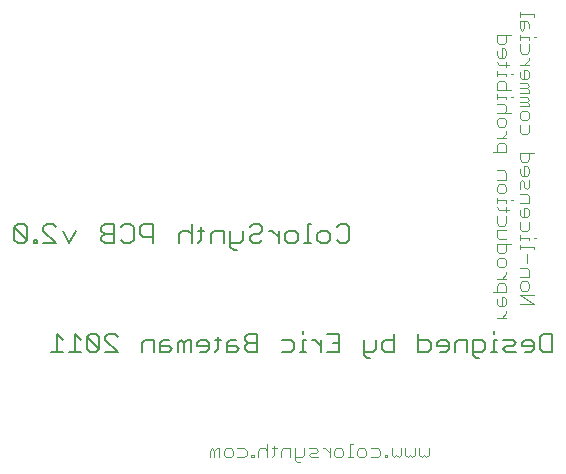
<source format=gbo>
G75*
G70*
%OFA0B0*%
%FSLAX24Y24*%
%IPPOS*%
%LPD*%
%AMOC8*
5,1,8,0,0,1.08239X$1,22.5*
%
%ADD10C,0.0060*%
%ADD11C,0.0050*%
%ADD12C,0.0040*%
D10*
X009210Y009770D02*
X009316Y009770D01*
X009210Y009770D02*
X009103Y009877D01*
X009103Y010411D01*
X008885Y010411D02*
X008565Y010411D01*
X008458Y010304D01*
X008458Y009984D01*
X008134Y010090D02*
X008027Y009984D01*
X008134Y010090D02*
X008134Y010517D01*
X008241Y010411D02*
X008027Y010411D01*
X007811Y010304D02*
X007704Y010411D01*
X007491Y010411D01*
X007384Y010304D01*
X007384Y009984D01*
X007811Y009984D02*
X007811Y010624D01*
X008885Y010411D02*
X008885Y009984D01*
X009103Y009984D02*
X009423Y009984D01*
X009530Y010090D01*
X009530Y010411D01*
X009747Y010517D02*
X009854Y010624D01*
X010068Y010624D01*
X010174Y010517D01*
X010174Y010411D01*
X010068Y010304D01*
X009854Y010304D01*
X009747Y010197D01*
X009747Y010090D01*
X009854Y009984D01*
X010068Y009984D01*
X010174Y010090D01*
X010391Y010411D02*
X010498Y010411D01*
X010711Y010197D01*
X010711Y009984D02*
X010711Y010411D01*
X010929Y010304D02*
X010929Y010090D01*
X011036Y009984D01*
X011249Y009984D01*
X011356Y010090D01*
X011356Y010304D01*
X011249Y010411D01*
X011036Y010411D01*
X010929Y010304D01*
X011572Y009984D02*
X011786Y009984D01*
X011679Y009984D02*
X011679Y010624D01*
X011786Y010624D01*
X012003Y010304D02*
X012110Y010411D01*
X012323Y010411D01*
X012430Y010304D01*
X012430Y010090D01*
X012323Y009984D01*
X012110Y009984D01*
X012003Y010090D01*
X012003Y010304D01*
X012648Y010517D02*
X012754Y010624D01*
X012968Y010624D01*
X013075Y010517D01*
X013075Y010090D01*
X012968Y009984D01*
X012754Y009984D01*
X012648Y010090D01*
X006522Y009984D02*
X006522Y010624D01*
X006202Y010624D01*
X006095Y010517D01*
X006095Y010304D01*
X006202Y010197D01*
X006522Y010197D01*
X005878Y010090D02*
X005771Y009984D01*
X005557Y009984D01*
X005451Y010090D01*
X005233Y009984D02*
X004913Y009984D01*
X004806Y010090D01*
X004806Y010197D01*
X004913Y010304D01*
X005233Y010304D01*
X005451Y010517D02*
X005557Y010624D01*
X005771Y010624D01*
X005878Y010517D01*
X005878Y010090D01*
X005233Y009984D02*
X005233Y010624D01*
X004913Y010624D01*
X004806Y010517D01*
X004806Y010411D01*
X004913Y010304D01*
X003944Y010411D02*
X003730Y009984D01*
X003517Y010411D01*
X003299Y010517D02*
X003193Y010624D01*
X002979Y010624D01*
X002872Y010517D01*
X002872Y010411D01*
X003299Y009984D01*
X002872Y009984D01*
X002655Y009984D02*
X002655Y010090D01*
X002548Y010090D01*
X002548Y009984D01*
X002655Y009984D01*
X002333Y010090D02*
X001906Y010517D01*
X001906Y010090D01*
X002012Y009984D01*
X002226Y009984D01*
X002333Y010090D01*
X002333Y010517D01*
X002226Y010624D01*
X002012Y010624D01*
X001906Y010517D01*
D11*
X003116Y006354D02*
X003523Y006354D01*
X003723Y006354D02*
X004130Y006354D01*
X003927Y006354D02*
X003927Y006964D01*
X004130Y006761D01*
X004331Y006862D02*
X004738Y006455D01*
X004636Y006354D01*
X004433Y006354D01*
X004331Y006455D01*
X004331Y006862D01*
X004433Y006964D01*
X004636Y006964D01*
X004738Y006862D01*
X004738Y006455D01*
X004939Y006354D02*
X005346Y006354D01*
X004939Y006761D01*
X004939Y006862D01*
X005041Y006964D01*
X005244Y006964D01*
X005346Y006862D01*
X006154Y006659D02*
X006154Y006354D01*
X006154Y006659D02*
X006256Y006761D01*
X006561Y006761D01*
X006561Y006354D01*
X006762Y006354D02*
X006762Y006659D01*
X006864Y006761D01*
X007067Y006761D01*
X007067Y006557D02*
X006762Y006557D01*
X006762Y006354D02*
X007067Y006354D01*
X007169Y006455D01*
X007067Y006557D01*
X007370Y006659D02*
X007370Y006354D01*
X007573Y006354D02*
X007573Y006659D01*
X007472Y006761D01*
X007370Y006659D01*
X007573Y006659D02*
X007675Y006761D01*
X007777Y006761D01*
X007777Y006354D01*
X007977Y006557D02*
X008384Y006557D01*
X008384Y006455D02*
X008384Y006659D01*
X008283Y006761D01*
X008079Y006761D01*
X007977Y006659D01*
X007977Y006557D01*
X008079Y006354D02*
X008283Y006354D01*
X008384Y006455D01*
X008586Y006354D02*
X008688Y006455D01*
X008688Y006862D01*
X008790Y006761D02*
X008586Y006761D01*
X008990Y006659D02*
X008990Y006354D01*
X009296Y006354D01*
X009397Y006455D01*
X009296Y006557D01*
X008990Y006557D01*
X008990Y006659D02*
X009092Y006761D01*
X009296Y006761D01*
X009598Y006761D02*
X009700Y006659D01*
X010005Y006659D01*
X010005Y006354D02*
X010005Y006964D01*
X009700Y006964D01*
X009598Y006862D01*
X009598Y006761D01*
X009700Y006659D02*
X009598Y006557D01*
X009598Y006455D01*
X009700Y006354D01*
X010005Y006354D01*
X010813Y006354D02*
X011119Y006354D01*
X011220Y006455D01*
X011220Y006659D01*
X011119Y006761D01*
X010813Y006761D01*
X011524Y006761D02*
X011524Y006354D01*
X011626Y006354D02*
X011422Y006354D01*
X011524Y006761D02*
X011626Y006761D01*
X011827Y006761D02*
X011929Y006761D01*
X012132Y006557D01*
X012132Y006354D02*
X012132Y006761D01*
X012333Y006964D02*
X012740Y006964D01*
X012740Y006354D01*
X012333Y006354D01*
X012536Y006659D02*
X012740Y006659D01*
X013548Y006761D02*
X013548Y006252D01*
X013650Y006150D01*
X013752Y006150D01*
X013853Y006354D02*
X013548Y006354D01*
X013853Y006354D02*
X013955Y006455D01*
X013955Y006761D01*
X014156Y006659D02*
X014258Y006761D01*
X014563Y006761D01*
X014563Y006964D02*
X014563Y006354D01*
X014258Y006354D01*
X014156Y006455D01*
X014156Y006659D01*
X015371Y006761D02*
X015677Y006761D01*
X015778Y006659D01*
X015778Y006455D01*
X015677Y006354D01*
X015371Y006354D01*
X015371Y006964D01*
X015979Y006659D02*
X015979Y006557D01*
X016386Y006557D01*
X016386Y006455D02*
X016386Y006659D01*
X016284Y006761D01*
X016081Y006761D01*
X015979Y006659D01*
X016081Y006354D02*
X016284Y006354D01*
X016386Y006455D01*
X016587Y006354D02*
X016587Y006659D01*
X016689Y006761D01*
X016994Y006761D01*
X016994Y006354D01*
X017194Y006354D02*
X017500Y006354D01*
X017601Y006455D01*
X017601Y006659D01*
X017500Y006761D01*
X017194Y006761D01*
X017194Y006252D01*
X017296Y006150D01*
X017398Y006150D01*
X017803Y006354D02*
X018007Y006354D01*
X017905Y006354D02*
X017905Y006761D01*
X018007Y006761D01*
X018207Y006761D02*
X018513Y006761D01*
X018614Y006659D01*
X018513Y006557D01*
X018309Y006557D01*
X018207Y006455D01*
X018309Y006354D01*
X018614Y006354D01*
X018815Y006557D02*
X019222Y006557D01*
X019222Y006455D02*
X019222Y006659D01*
X019120Y006761D01*
X018917Y006761D01*
X018815Y006659D01*
X018815Y006557D01*
X018917Y006354D02*
X019120Y006354D01*
X019222Y006455D01*
X019423Y006455D02*
X019423Y006862D01*
X019524Y006964D01*
X019830Y006964D01*
X019830Y006354D01*
X019524Y006354D01*
X019423Y006455D01*
X017905Y006964D02*
X017905Y007066D01*
X011524Y007066D02*
X011524Y006964D01*
X003523Y006761D02*
X003319Y006964D01*
X003319Y006354D01*
D12*
X008421Y003079D02*
X008421Y002849D01*
X008574Y002849D02*
X008574Y003079D01*
X008498Y003155D01*
X008421Y003079D01*
X008574Y003079D02*
X008651Y003155D01*
X008728Y003155D01*
X008728Y002849D01*
X008881Y002925D02*
X008881Y003079D01*
X008958Y003155D01*
X009111Y003155D01*
X009188Y003079D01*
X009188Y002925D01*
X009111Y002849D01*
X008958Y002849D01*
X008881Y002925D01*
X009342Y002849D02*
X009572Y002849D01*
X009648Y002925D01*
X009648Y003079D01*
X009572Y003155D01*
X009342Y003155D01*
X009802Y002925D02*
X009802Y002849D01*
X009879Y002849D01*
X009879Y002925D01*
X009802Y002925D01*
X010032Y002849D02*
X010032Y003079D01*
X010109Y003155D01*
X010262Y003155D01*
X010339Y003079D01*
X010492Y003155D02*
X010646Y003155D01*
X010569Y003232D02*
X010569Y002925D01*
X010492Y002849D01*
X010339Y002849D02*
X010339Y003309D01*
X010799Y003079D02*
X010799Y002849D01*
X010799Y003079D02*
X010876Y003155D01*
X011106Y003155D01*
X011106Y002849D01*
X011260Y002849D02*
X011490Y002849D01*
X011567Y002925D01*
X011567Y003155D01*
X011720Y003155D02*
X011950Y003155D01*
X012027Y003079D01*
X011950Y003002D01*
X011797Y003002D01*
X011720Y002925D01*
X011797Y002849D01*
X012027Y002849D01*
X012257Y003155D02*
X012411Y003002D01*
X012411Y002849D02*
X012411Y003155D01*
X012257Y003155D02*
X012180Y003155D01*
X012564Y003079D02*
X012564Y002925D01*
X012641Y002849D01*
X012794Y002849D01*
X012871Y002925D01*
X012871Y003079D01*
X012794Y003155D01*
X012641Y003155D01*
X012564Y003079D01*
X013024Y002849D02*
X013178Y002849D01*
X013101Y002849D02*
X013101Y003309D01*
X013178Y003309D01*
X013331Y003079D02*
X013408Y003155D01*
X013561Y003155D01*
X013638Y003079D01*
X013638Y002925D01*
X013561Y002849D01*
X013408Y002849D01*
X013331Y002925D01*
X013331Y003079D01*
X013792Y003155D02*
X014022Y003155D01*
X014099Y003079D01*
X014099Y002925D01*
X014022Y002849D01*
X013792Y002849D01*
X014252Y002849D02*
X014329Y002849D01*
X014329Y002925D01*
X014252Y002925D01*
X014252Y002849D01*
X014482Y002925D02*
X014482Y003155D01*
X014482Y002925D02*
X014559Y002849D01*
X014636Y002925D01*
X014712Y002849D01*
X014789Y002925D01*
X014789Y003155D01*
X014942Y003155D02*
X014942Y002925D01*
X015019Y002849D01*
X015096Y002925D01*
X015173Y002849D01*
X015249Y002925D01*
X015249Y003155D01*
X015403Y003155D02*
X015403Y002925D01*
X015480Y002849D01*
X015556Y002925D01*
X015633Y002849D01*
X015710Y002925D01*
X015710Y003155D01*
X011413Y002695D02*
X011336Y002695D01*
X011260Y002772D01*
X011260Y003155D01*
X017846Y008351D02*
X018307Y008351D01*
X018307Y008581D01*
X018230Y008658D01*
X018076Y008658D01*
X018000Y008581D01*
X018000Y008351D01*
X018153Y008198D02*
X018153Y007891D01*
X018076Y007891D02*
X018230Y007891D01*
X018307Y007967D01*
X018307Y008121D01*
X018230Y008198D01*
X018153Y008198D01*
X018000Y008121D02*
X018000Y007967D01*
X018076Y007891D01*
X018307Y007737D02*
X018307Y007660D01*
X018153Y007507D01*
X018000Y007507D02*
X018307Y007507D01*
X018750Y007950D02*
X019210Y007950D01*
X018750Y008257D01*
X019210Y008257D01*
X018980Y008410D02*
X018826Y008410D01*
X018750Y008487D01*
X018750Y008641D01*
X018826Y008717D01*
X018980Y008717D01*
X019057Y008641D01*
X019057Y008487D01*
X018980Y008410D01*
X019057Y008871D02*
X018750Y008871D01*
X019057Y008871D02*
X019057Y009101D01*
X018980Y009178D01*
X018750Y009178D01*
X018980Y009331D02*
X018980Y009638D01*
X019210Y009792D02*
X019210Y009868D01*
X018750Y009868D01*
X018750Y009792D02*
X018750Y009945D01*
X018750Y010098D02*
X018750Y010252D01*
X018750Y010175D02*
X019057Y010175D01*
X019057Y010098D01*
X019210Y010175D02*
X019287Y010175D01*
X019057Y010482D02*
X018980Y010405D01*
X018826Y010405D01*
X018750Y010482D01*
X018750Y010712D01*
X018826Y010866D02*
X018980Y010866D01*
X019057Y010942D01*
X019057Y011096D01*
X018980Y011173D01*
X018903Y011173D01*
X018903Y010866D01*
X018826Y010866D02*
X018750Y010942D01*
X018750Y011096D01*
X018750Y011326D02*
X019057Y011326D01*
X019057Y011556D01*
X018980Y011633D01*
X018750Y011633D01*
X018750Y011786D02*
X018750Y012017D01*
X018826Y012093D01*
X018903Y012017D01*
X018903Y011863D01*
X018980Y011786D01*
X019057Y011863D01*
X019057Y012093D01*
X018980Y012247D02*
X018826Y012247D01*
X018750Y012323D01*
X018750Y012477D01*
X018903Y012554D02*
X018903Y012247D01*
X018980Y012247D02*
X019057Y012323D01*
X019057Y012477D01*
X018980Y012554D01*
X018903Y012554D01*
X018826Y012707D02*
X018980Y012707D01*
X019057Y012784D01*
X019057Y013014D01*
X019210Y013014D02*
X018750Y013014D01*
X018750Y012784D01*
X018826Y012707D01*
X018307Y013031D02*
X018307Y013261D01*
X018230Y013338D01*
X018076Y013338D01*
X018000Y013261D01*
X018000Y013031D01*
X017846Y013031D02*
X018307Y013031D01*
X018307Y013492D02*
X018000Y013492D01*
X018153Y013492D02*
X018307Y013645D01*
X018307Y013722D01*
X018230Y013875D02*
X018076Y013875D01*
X018000Y013952D01*
X018000Y014105D01*
X018076Y014182D01*
X018230Y014182D01*
X018307Y014105D01*
X018307Y013952D01*
X018230Y013875D01*
X018230Y014336D02*
X018307Y014412D01*
X018307Y014566D01*
X018230Y014642D01*
X018000Y014642D01*
X018000Y014796D02*
X018000Y014949D01*
X018000Y014873D02*
X018307Y014873D01*
X018307Y014796D01*
X018460Y014873D02*
X018537Y014873D01*
X018750Y014855D02*
X018980Y014855D01*
X019057Y014779D01*
X018980Y014702D01*
X018750Y014702D01*
X018750Y014549D02*
X019057Y014549D01*
X019057Y014625D01*
X018980Y014702D01*
X019057Y015009D02*
X018750Y015009D01*
X018750Y015162D02*
X018980Y015162D01*
X019057Y015239D01*
X018980Y015316D01*
X018750Y015316D01*
X018826Y015469D02*
X018980Y015469D01*
X019057Y015546D01*
X019057Y015699D01*
X018980Y015776D01*
X018903Y015776D01*
X018903Y015469D01*
X018826Y015469D02*
X018750Y015546D01*
X018750Y015699D01*
X018537Y015640D02*
X018460Y015640D01*
X018307Y015640D02*
X018000Y015640D01*
X018000Y015563D02*
X018000Y015717D01*
X018076Y015947D02*
X018000Y016024D01*
X018076Y015947D02*
X018383Y015947D01*
X018307Y015870D02*
X018307Y016024D01*
X018230Y016177D02*
X018076Y016177D01*
X018000Y016254D01*
X018000Y016407D01*
X018153Y016484D02*
X018153Y016177D01*
X018230Y016177D02*
X018307Y016254D01*
X018307Y016407D01*
X018230Y016484D01*
X018153Y016484D01*
X018076Y016637D02*
X018230Y016637D01*
X018307Y016714D01*
X018307Y016944D01*
X018460Y016944D02*
X018000Y016944D01*
X018000Y016714D01*
X018076Y016637D01*
X018750Y016620D02*
X018750Y016390D01*
X018826Y016313D01*
X018980Y016313D01*
X019057Y016390D01*
X019057Y016620D01*
X019057Y016774D02*
X019057Y016850D01*
X018750Y016850D01*
X018750Y016774D02*
X018750Y016927D01*
X018826Y017080D02*
X018903Y017157D01*
X018903Y017387D01*
X018980Y017387D02*
X018750Y017387D01*
X018750Y017157D01*
X018826Y017080D01*
X019057Y017157D02*
X019057Y017311D01*
X018980Y017387D01*
X019210Y017541D02*
X019210Y017617D01*
X018750Y017617D01*
X018750Y017541D02*
X018750Y017694D01*
X019210Y016850D02*
X019287Y016850D01*
X019057Y016160D02*
X019057Y016083D01*
X018903Y015930D01*
X018750Y015930D02*
X019057Y015930D01*
X018980Y015162D02*
X019057Y015086D01*
X019057Y015009D01*
X018460Y015103D02*
X018000Y015103D01*
X018000Y015333D01*
X018076Y015410D01*
X018230Y015410D01*
X018307Y015333D01*
X018307Y015103D01*
X018307Y015563D02*
X018307Y015640D01*
X018460Y014336D02*
X018000Y014336D01*
X018750Y014318D02*
X018750Y014165D01*
X018826Y014088D01*
X018980Y014088D01*
X019057Y014165D01*
X019057Y014318D01*
X018980Y014395D01*
X018826Y014395D01*
X018750Y014318D01*
X018750Y013935D02*
X018750Y013704D01*
X018826Y013628D01*
X018980Y013628D01*
X019057Y013704D01*
X019057Y013935D01*
X018230Y012417D02*
X018000Y012417D01*
X018230Y012417D02*
X018307Y012341D01*
X018307Y012111D01*
X018000Y012111D01*
X018076Y011957D02*
X018230Y011957D01*
X018307Y011880D01*
X018307Y011727D01*
X018230Y011650D01*
X018076Y011650D01*
X018000Y011727D01*
X018000Y011880D01*
X018076Y011957D01*
X018000Y011497D02*
X018000Y011343D01*
X018000Y011420D02*
X018307Y011420D01*
X018307Y011343D01*
X018307Y011190D02*
X018307Y011036D01*
X018383Y011113D02*
X018076Y011113D01*
X018000Y011190D01*
X018000Y010883D02*
X018000Y010653D01*
X018076Y010576D01*
X018230Y010576D01*
X018307Y010653D01*
X018307Y010883D01*
X018460Y011420D02*
X018537Y011420D01*
X019057Y010712D02*
X019057Y010482D01*
X018460Y009962D02*
X018000Y009962D01*
X018000Y009732D01*
X018076Y009655D01*
X018230Y009655D01*
X018307Y009732D01*
X018307Y009962D01*
X018307Y010116D02*
X018076Y010116D01*
X018000Y010192D01*
X018000Y010423D01*
X018307Y010423D01*
X018230Y009502D02*
X018076Y009502D01*
X018000Y009425D01*
X018000Y009272D01*
X018076Y009195D01*
X018230Y009195D01*
X018307Y009272D01*
X018307Y009425D01*
X018230Y009502D01*
X018307Y009042D02*
X018307Y008965D01*
X018153Y008811D01*
X018000Y008811D02*
X018307Y008811D01*
M02*

</source>
